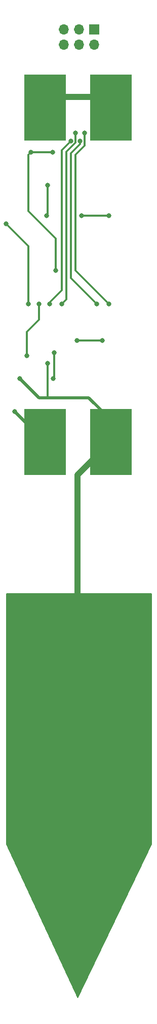
<source format=gbr>
%TF.GenerationSoftware,KiCad,Pcbnew,7.0.2*%
%TF.CreationDate,2023-05-10T22:13:46+02:00*%
%TF.ProjectId,ESPlant-Board,4553506c-616e-4742-9d42-6f6172642e6b,rev?*%
%TF.SameCoordinates,PX76c48e7PY1665c4c*%
%TF.FileFunction,Copper,L2,Bot*%
%TF.FilePolarity,Positive*%
%FSLAX46Y46*%
G04 Gerber Fmt 4.6, Leading zero omitted, Abs format (unit mm)*
G04 Created by KiCad (PCBNEW 7.0.2) date 2023-05-10 22:13:46*
%MOMM*%
%LPD*%
G01*
G04 APERTURE LIST*
%TA.AperFunction,SMDPad,CuDef*%
%ADD10R,7.000025X11.000025*%
%TD*%
%TA.AperFunction,ComponentPad*%
%ADD11R,1.700000X1.700000*%
%TD*%
%TA.AperFunction,ComponentPad*%
%ADD12O,1.700000X1.700000*%
%TD*%
%TA.AperFunction,ViaPad*%
%ADD13C,0.800000*%
%TD*%
%TA.AperFunction,Conductor*%
%ADD14C,0.300000*%
%TD*%
%TA.AperFunction,Conductor*%
%ADD15C,0.500000*%
%TD*%
%TA.AperFunction,Conductor*%
%ADD16C,1.000000*%
%TD*%
G04 APERTURE END LIST*
D10*
%TO.P,BT1,4,-*%
%TO.N,GND*%
X19942937Y-72220000D03*
%TO.P,BT1,3,+*%
%TO.N,Net-(BT1-+-Pad3)*%
X19942937Y-16469936D03*
%TO.P,BT1,2,-*%
X8942937Y-16469936D03*
%TO.P,BT1,1,+*%
%TO.N,+3.3V*%
X8942937Y-72220000D03*
%TD*%
D11*
%TO.P,J2,1,Pin_1*%
%TO.N,+3.3V*%
X17182937Y-3440000D03*
D12*
%TO.P,J2,2,Pin_2*%
%TO.N,/TX*%
X17182937Y-5980000D03*
%TO.P,J2,3,Pin_3*%
%TO.N,/GPIO0*%
X14642937Y-3440000D03*
%TO.P,J2,4,Pin_4*%
%TO.N,/RX*%
X14642937Y-5980000D03*
%TO.P,J2,5,Pin_5*%
%TO.N,GND*%
X12102937Y-3440000D03*
%TO.P,J2,6,Pin_6*%
%TO.N,/GPIO2*%
X12102937Y-5980000D03*
%TD*%
D13*
%TO.N,/TX*%
X15606937Y-20674484D03*
%TO.N,/RX*%
X14832437Y-22087375D03*
%TO.N,/GPIO0*%
X14082937Y-20674484D03*
%TO.N,/GPIO2*%
X13298960Y-22048023D03*
%TO.N,+3.3V*%
X14336937Y-55344000D03*
X10287687Y-61708750D03*
X10526937Y-57376000D03*
%TO.N,/AD0*%
X5954937Y-57884000D03*
%TO.N,/RST*%
X19670937Y-34516000D03*
X15098937Y-34516000D03*
X9256937Y-34516000D03*
%TO.N,/GPIO4*%
X6602937Y-23920000D03*
X10780937Y-43660000D03*
%TO.N,/TX*%
X19670937Y-49248000D03*
%TO.N,/RX*%
X17638937Y-49248000D03*
%TO.N,/GPIO0*%
X11796937Y-49248000D03*
%TO.N,/GPIO2*%
X9764937Y-49248000D03*
%TO.N,/RST*%
X9362937Y-29440000D03*
%TO.N,/GPIO4*%
X10282937Y-23920000D03*
%TO.N,GND*%
X6142937Y-49220000D03*
X2462937Y-35880000D03*
X9362937Y-59154000D03*
%TO.N,/AD0*%
X7982937Y-49220000D03*
%TO.N,GND*%
X4762937Y-61640000D03*
%TO.N,+3.3V*%
X3862937Y-67140000D03*
X18562937Y-55294000D03*
%TD*%
D14*
%TO.N,/GPIO0*%
X14082937Y-22324000D02*
X12558937Y-23848000D01*
X14082937Y-22324000D02*
X14082937Y-20674484D01*
X12558937Y-23848000D02*
X12558937Y-48486000D01*
X12558937Y-48486000D02*
X11796937Y-49248000D01*
D15*
%TO.N,GND*%
X14422937Y-106492868D02*
X14422937Y-104692868D01*
X14422937Y-104692868D02*
X14382937Y-104652868D01*
D16*
X14422937Y-77740000D02*
X19942937Y-72220000D01*
X14422937Y-104394484D02*
X14422937Y-77740000D01*
%TO.N,Net-(BT1-+-Pad3)*%
X18167485Y-14694484D02*
X19942937Y-16469936D01*
X10718389Y-14694484D02*
X18167485Y-14694484D01*
X8942937Y-16469936D02*
X10718389Y-14694484D01*
D14*
%TO.N,/GPIO2*%
X9764937Y-48994000D02*
X11796937Y-46962000D01*
X11796937Y-23550046D02*
X13298960Y-22048023D01*
X11796937Y-46962000D02*
X11796937Y-23550046D01*
X9764937Y-49248000D02*
X9764937Y-48994000D01*
%TO.N,/TX*%
X15606937Y-22832000D02*
X15606937Y-20674484D01*
%TO.N,/RX*%
X14844937Y-22578000D02*
X14844937Y-22099875D01*
%TO.N,/TX*%
X14082937Y-43660000D02*
X14082937Y-24356000D01*
X14082937Y-24356000D02*
X15606937Y-22832000D01*
X19670937Y-49248000D02*
X14082937Y-43660000D01*
%TO.N,/RX*%
X13320937Y-44930000D02*
X17638937Y-49248000D01*
X13320937Y-24102000D02*
X13320937Y-44930000D01*
X14844937Y-22578000D02*
X13320937Y-24102000D01*
%TO.N,+3.3V*%
X14336937Y-55344000D02*
X18512937Y-55344000D01*
X10526937Y-61469500D02*
X10287687Y-61708750D01*
X10526937Y-57376000D02*
X10526937Y-61469500D01*
%TO.N,GND*%
X9362937Y-59154000D02*
X9362937Y-64860000D01*
%TO.N,/AD0*%
X7982937Y-51886000D02*
X7982937Y-49220000D01*
X5954937Y-53914000D02*
X7982937Y-51886000D01*
X5954937Y-57884000D02*
X5954937Y-53914000D01*
%TO.N,/RST*%
X15098937Y-34516000D02*
X19670937Y-34516000D01*
X9256937Y-34516000D02*
X9362937Y-34410000D01*
X9362937Y-34410000D02*
X9362937Y-29440000D01*
%TO.N,/GPIO4*%
X10780937Y-38326000D02*
X10780937Y-43660000D01*
X6208937Y-33754000D02*
X10780937Y-38326000D01*
X6602937Y-23920000D02*
X6208937Y-24314000D01*
X6208937Y-24314000D02*
X6208937Y-33754000D01*
%TO.N,GND*%
X6142937Y-39560000D02*
X6142937Y-49220000D01*
X2462937Y-35880000D02*
X6142937Y-39560000D01*
%TO.N,/GPIO4*%
X6602937Y-23920000D02*
X10282937Y-23920000D01*
D15*
%TO.N,GND*%
X9362937Y-64860000D02*
X7982937Y-64860000D01*
X7982937Y-64860000D02*
X4762937Y-61640000D01*
%TO.N,+3.3V*%
X3862937Y-67140000D02*
X8942937Y-72220000D01*
%TO.N,GND*%
X16262937Y-64860000D02*
X9362937Y-64860000D01*
X19942937Y-68540000D02*
X16262937Y-64860000D01*
X19942937Y-72220000D02*
X19942937Y-68540000D01*
%TD*%
%TA.AperFunction,Conductor*%
%TO.N,GND*%
G36*
X26824631Y-97538306D02*
G01*
X26842937Y-97582500D01*
X26842937Y-139365719D01*
X26836735Y-139392863D01*
X14480300Y-165021023D01*
X14444617Y-165052881D01*
X14396858Y-165050177D01*
X14367315Y-165020199D01*
X2468749Y-139392518D01*
X2462937Y-139366199D01*
X2462937Y-97582500D01*
X2481243Y-97538306D01*
X2525437Y-97520000D01*
X26780437Y-97520000D01*
X26824631Y-97538306D01*
G37*
%TD.AperFunction*%
%TD*%
M02*

</source>
